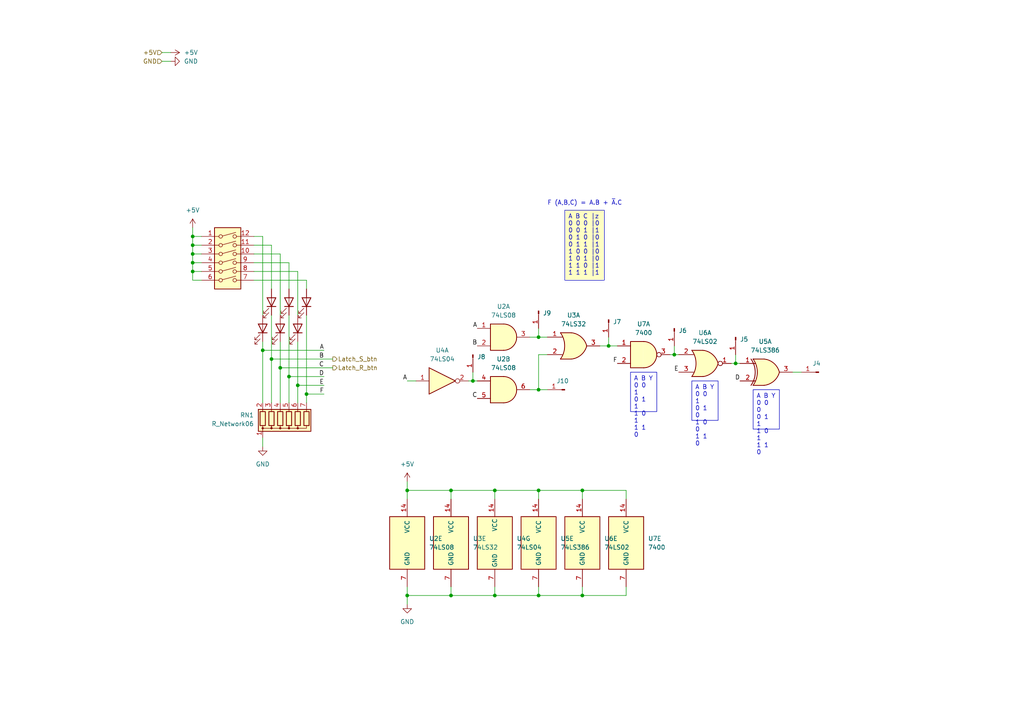
<source format=kicad_sch>
(kicad_sch (version 20230121) (generator eeschema)
  (paper "A4")
  (lib_symbols
    (symbol "74xx:7400" (pin_names (offset 1.016))
      (property "Reference" "U" (at 0 1.27 0))
      (property "Value" "7400" (at 0 -1.27 0))
      (symbol "7400_1_1"
        (pin input line (at -7.62 2.54 0) (length 3.81) (name "~") (number "1"))
        (pin input line (at -7.62 -2.54 0) (length 3.81) (name "~") (number "2"))
        (pin output inverted (at 7.62 0 180) (length 3.81) (name "~") (number "3"))
      )
      (symbol "7400_1_2"
        (pin input inverted (at -7.62 2.54 0) (length 4.318) (name "~") (number "1"))
        (pin input inverted (at -7.62 -2.54 0) (length 4.318) (name "~") (number "2"))
        (pin output line (at 7.62 0 180) (length 3.81) (name "~") (number "3"))
      )
      (symbol "7400_2_1"
        (pin input line (at -7.62 2.54 0) (length 3.81) (name "~") (number "4"))
        (pin input line (at -7.62 -2.54 0) (length 3.81) (name "~") (number "5"))
        (pin output inverted (at 7.62 0 180) (length 3.81) (name "~") (number "6"))
      )
      (symbol "7400_2_2"
        (pin input inverted (at -7.62 2.54 0) (length 4.318) (name "~") (number "4"))
        (pin input inverted (at -7.62 -2.54 0) (length 4.318) (name "~") (number "5"))
        (pin output line (at 7.62 0 180) (length 3.81) (name "~") (number "6"))
      )
      (symbol "7400_3_1"
        (pin input line (at -7.62 -2.54 0) (length 3.81) (name "~") (number "10"))
        (pin output inverted (at 7.62 0 180) (length 3.81) (name "~") (number "8"))
        (pin input line (at -7.62 2.54 0) (length 3.81) (name "~") (number "9"))
      )
      (symbol "7400_3_2"
        (pin input inverted (at -7.62 -2.54 0) (length 4.318) (name "~") (number "10"))
        (pin output line (at 7.62 0 180) (length 3.81) (name "~") (number "8"))
        (pin input inverted (at -7.62 2.54 0) (length 4.318) (name "~") (number "9"))
      )
      (symbol "7400_4_1"
        (pin output inverted (at 7.62 0 180) (length 3.81) (name "~") (number "11"))
        (pin input line (at -7.62 2.54 0) (length 3.81) (name "~") (number "12"))
        (pin input line (at -7.62 -2.54 0) (length 3.81) (name "~") (number "13"))
      )
      (symbol "7400_4_2"
        (pin output line (at 7.62 0 180) (length 3.81) (name "~") (number "11"))
        (pin input inverted (at -7.62 2.54 0) (length 4.318) (name "~") (number "12"))
        (pin input inverted (at -7.62 -2.54 0) (length 4.318) (name "~") (number "13"))
      )
      (symbol "7400_5_0"
        (pin power_in line (at 0 12.7 270) (length 5.08) (name "VCC") (number "14"))
        (pin power_in line (at 0 -12.7 90) (length 5.08) (name "GND") (number "7"))
      )
    )
    (symbol "74xx:74LS02" (pin_names (offset 1.016))
      (property "Reference" "U" (at 0 1.27 0))
      (property "Value" "74LS02" (at 0 -1.27 0))
      (symbol "74LS02_1_1"
        (pin output inverted (at 7.62 0 180) (length 3.81) (name "~") (number "1"))
        (pin input line (at -7.62 2.54 0) (length 4.318) (name "~") (number "2"))
        (pin input line (at -7.62 -2.54 0) (length 4.318) (name "~") (number "3"))
      )
      (symbol "74LS02_1_2"
        (pin output line (at 7.62 0 180) (length 3.81) (name "~") (number "1"))
        (pin input inverted (at -7.62 2.54 0) (length 3.81) (name "~") (number "2"))
        (pin input inverted (at -7.62 -2.54 0) (length 3.81) (name "~") (number "3"))
      )
      (symbol "74LS02_2_1"
        (pin output inverted (at 7.62 0 180) (length 3.81) (name "~") (number "4"))
        (pin input line (at -7.62 2.54 0) (length 4.318) (name "~") (number "5"))
        (pin input line (at -7.62 -2.54 0) (length 4.318) (name "~") (number "6"))
      )
      (symbol "74LS02_2_2"
        (pin output line (at 7.62 0 180) (length 3.81) (name "~") (number "4"))
        (pin input inverted (at -7.62 2.54 0) (length 3.81) (name "~") (number "5"))
        (pin input inverted (at -7.62 -2.54 0) (length 3.81) (name "~") (number "6"))
      )
      (symbol "74LS02_3_1"
        (pin output inverted (at 7.62 0 180) (length 3.81) (name "~") (number "10"))
        (pin input line (at -7.62 2.54 0) (length 4.318) (name "~") (number "8"))
        (pin input line (at -7.62 -2.54 0) (length 4.318) (name "~") (number "9"))
      )
      (symbol "74LS02_3_2"
        (pin output line (at 7.62 0 180) (length 3.81) (name "~") (number "10"))
        (pin input inverted (at -7.62 2.54 0) (length 3.81) (name "~") (number "8"))
        (pin input inverted (at -7.62 -2.54 0) (length 3.81) (name "~") (number "9"))
      )
      (symbol "74LS02_4_1"
        (pin input line (at -7.62 2.54 0) (length 4.318) (name "~") (number "11"))
        (pin input line (at -7.62 -2.54 0) (length 4.318) (name "~") (number "12"))
        (pin output inverted (at 7.62 0 180) (length 3.81) (name "~") (number "13"))
      )
      (symbol "74LS02_4_2"
        (pin input inverted (at -7.62 2.54 0) (length 3.81) (name "~") (number "11"))
        (pin input inverted (at -7.62 -2.54 0) (length 3.81) (name "~") (number "12"))
        (pin output line (at 7.62 0 180) (length 3.81) (name "~") (number "13"))
      )
      (symbol "74LS02_5_0"
        (pin power_in line (at 0 12.7 270) (length 5.08) (name "VCC") (number "14"))
        (pin power_in line (at 0 -12.7 90) (length 5.08) (name "GND") (number "7"))
      )
    )
    (symbol "74xx:74LS04"
      (property "Reference" "U" (at 0 1.27 0))
      (property "Value" "74LS04" (at 0 -1.27 0))
      (symbol "74LS04_1_0"
        (pin input line (at -7.62 0 0) (length 3.81) (name "~") (number "1"))
        (pin output inverted (at 7.62 0 180) (length 3.81) (name "~") (number "2"))
      )
      (symbol "74LS04_2_0"
        (pin input line (at -7.62 0 0) (length 3.81) (name "~") (number "3"))
        (pin output inverted (at 7.62 0 180) (length 3.81) (name "~") (number "4"))
      )
      (symbol "74LS04_3_0"
        (pin input line (at -7.62 0 0) (length 3.81) (name "~") (number "5"))
        (pin output inverted (at 7.62 0 180) (length 3.81) (name "~") (number "6"))
      )
      (symbol "74LS04_4_0"
        (pin output inverted (at 7.62 0 180) (length 3.81) (name "~") (number "8"))
        (pin input line (at -7.62 0 0) (length 3.81) (name "~") (number "9"))
      )
      (symbol "74LS04_5_0"
        (pin output inverted (at 7.62 0 180) (length 3.81) (name "~") (number "10"))
        (pin input line (at -7.62 0 0) (length 3.81) (name "~") (number "11"))
      )
      (symbol "74LS04_6_0"
        (pin output inverted (at 7.62 0 180) (length 3.81) (name "~") (number "12"))
        (pin input line (at -7.62 0 0) (length 3.81) (name "~") (number "13"))
      )
      (symbol "74LS04_7_0"
        (pin power_in line (at 0 12.7 270) (length 5.08) (name "VCC") (number "14"))
        (pin power_in line (at 0 -12.7 90) (length 5.08) (name "GND") (number "7"))
      )
    )
    (symbol "74xx:74LS08" (pin_names (offset 1.016))
      (property "Reference" "U" (at 0 1.27 0))
      (property "Value" "74LS08" (at 0 -1.27 0))
      (symbol "74LS08_1_1"
        (pin input line (at -7.62 2.54 0) (length 3.81) (name "~") (number "1"))
        (pin input line (at -7.62 -2.54 0) (length 3.81) (name "~") (number "2"))
        (pin output line (at 7.62 0 180) (length 3.81) (name "~") (number "3"))
      )
      (symbol "74LS08_1_2"
        (pin input inverted (at -7.62 2.54 0) (length 4.318) (name "~") (number "1"))
        (pin input inverted (at -7.62 -2.54 0) (length 4.318) (name "~") (number "2"))
        (pin output inverted (at 7.62 0 180) (length 3.81) (name "~") (number "3"))
      )
      (symbol "74LS08_2_1"
        (pin input line (at -7.62 2.54 0) (length 3.81) (name "~") (number "4"))
        (pin input line (at -7.62 -2.54 0) (length 3.81) (name "~") (number "5"))
        (pin output line (at 7.62 0 180) (length 3.81) (name "~") (number "6"))
      )
      (symbol "74LS08_2_2"
        (pin input inverted (at -7.62 2.54 0) (length 4.318) (name "~") (number "4"))
        (pin input inverted (at -7.62 -2.54 0) (length 4.318) (name "~") (number "5"))
        (pin output inverted (at 7.62 0 180) (length 3.81) (name "~") (number "6"))
      )
      (symbol "74LS08_3_1"
        (pin input line (at -7.62 -2.54 0) (length 3.81) (name "~") (number "10"))
        (pin output line (at 7.62 0 180) (length 3.81) (name "~") (number "8"))
        (pin input line (at -7.62 2.54 0) (length 3.81) (name "~") (number "9"))
      )
      (symbol "74LS08_3_2"
        (pin input inverted (at -7.62 -2.54 0) (length 4.318) (name "~") (number "10"))
        (pin output inverted (at 7.62 0 180) (length 3.81) (name "~") (number "8"))
        (pin input inverted (at -7.62 2.54 0) (length 4.318) (name "~") (number "9"))
      )
      (symbol "74LS08_4_1"
        (pin output line (at 7.62 0 180) (length 3.81) (name "~") (number "11"))
        (pin input line (at -7.62 2.54 0) (length 3.81) (name "~") (number "12"))
        (pin input line (at -7.62 -2.54 0) (length 3.81) (name "~") (number "13"))
      )
      (symbol "74LS08_4_2"
        (pin output inverted (at 7.62 0 180) (length 3.81) (name "~") (number "11"))
        (pin input inverted (at -7.62 2.54 0) (length 4.318) (name "~") (number "12"))
        (pin input inverted (at -7.62 -2.54 0) (length 4.318) (name "~") (number "13"))
      )
      (symbol "74LS08_5_0"
        (pin power_in line (at 0 12.7 270) (length 5.08) (name "VCC") (number "14"))
        (pin power_in line (at 0 -12.7 90) (length 5.08) (name "GND") (number "7"))
      )
    )
    (symbol "74xx:74LS32" (pin_names (offset 1.016))
      (property "Reference" "U" (at 0 1.27 0))
      (property "Value" "74LS32" (at 0 -1.27 0))
      (symbol "74LS32_1_1"
        (pin input line (at -7.62 2.54 0) (length 4.318) (name "~") (number "1"))
        (pin input line (at -7.62 -2.54 0) (length 4.318) (name "~") (number "2"))
        (pin output line (at 7.62 0 180) (length 3.81) (name "~") (number "3"))
      )
      (symbol "74LS32_1_2"
        (pin input inverted (at -7.62 2.54 0) (length 3.81) (name "~") (number "1"))
        (pin input inverted (at -7.62 -2.54 0) (length 3.81) (name "~") (number "2"))
        (pin output inverted (at 7.62 0 180) (length 3.81) (name "~") (number "3"))
      )
      (symbol "74LS32_2_1"
        (pin input line (at -7.62 2.54 0) (length 4.318) (name "~") (number "4"))
        (pin input line (at -7.62 -2.54 0) (length 4.318) (name "~") (number "5"))
        (pin output line (at 7.62 0 180) (length 3.81) (name "~") (number "6"))
      )
      (symbol "74LS32_2_2"
        (pin input inverted (at -7.62 2.54 0) (length 3.81) (name "~") (number "4"))
        (pin input inverted (at -7.62 -2.54 0) (length 3.81) (name "~") (number "5"))
        (pin output inverted (at 7.62 0 180) (length 3.81) (name "~") (number "6"))
      )
      (symbol "74LS32_3_1"
        (pin input line (at -7.62 -2.54 0) (length 4.318) (name "~") (number "10"))
        (pin output line (at 7.62 0 180) (length 3.81) (name "~") (number "8"))
        (pin input line (at -7.62 2.54 0) (length 4.318) (name "~") (number "9"))
      )
      (symbol "74LS32_3_2"
        (pin input inverted (at -7.62 -2.54 0) (length 3.81) (name "~") (number "10"))
        (pin output inverted (at 7.62 0 180) (length 3.81) (name "~") (number "8"))
        (pin input inverted (at -7.62 2.54 0) (length 3.81) (name "~") (number "9"))
      )
      (symbol "74LS32_4_1"
        (pin output line (at 7.62 0 180) (length 3.81) (name "~") (number "11"))
        (pin input line (at -7.62 2.54 0) (length 4.318) (name "~") (number "12"))
        (pin input line (at -7.62 -2.54 0) (length 4.318) (name "~") (number "13"))
      )
      (symbol "74LS32_4_2"
        (pin output inverted (at 7.62 0 180) (length 3.81) (name "~") (number "11"))
        (pin input inverted (at -7.62 2.54 0) (length 3.81) (name "~") (number "12"))
        (pin input inverted (at -7.62 -2.54 0) (length 3.81) (name "~") (number "13"))
      )
      (symbol "74LS32_5_0"
        (pin power_in line (at 0 12.7 270) (length 5.08) (name "VCC") (number "14"))
        (pin power_in line (at 0 -12.7 90) (length 5.08) (name "GND") (number "7"))
      )
    )
    (symbol "74xx:74LS386" (pin_names (offset 1.016))
      (property "Reference" "U" (at 0 1.27 0))
      (property "Value" "74LS386" (at 0 -1.27 0))
      (symbol "74LS386_1_0"
        (pin input line (at -7.62 2.54 0) (length 4.445) (name "~") (number "1"))
        (pin input line (at -7.62 -2.54 0) (length 4.445) (name "~") (number "2"))
        (pin output line (at 7.62 0 180) (length 3.81) (name "~") (number "3"))
      )
      (symbol "74LS386_2_0"
        (pin output line (at 7.62 0 180) (length 3.81) (name "~") (number "4"))
        (pin input line (at -7.62 2.54 0) (length 4.445) (name "~") (number "5"))
        (pin input line (at -7.62 -2.54 0) (length 4.445) (name "~") (number "6"))
      )
      (symbol "74LS386_3_0"
        (pin output line (at 7.62 0 180) (length 3.81) (name "~") (number "10"))
        (pin input line (at -7.62 2.54 0) (length 4.445) (name "~") (number "8"))
        (pin input line (at -7.62 -2.54 0) (length 4.445) (name "~") (number "9"))
      )
      (symbol "74LS386_4_0"
        (pin output line (at 7.62 0 180) (length 3.81) (name "~") (number "11"))
        (pin input line (at -7.62 2.54 0) (length 4.445) (name "~") (number "12"))
        (pin input line (at -7.62 -2.54 0) (length 4.445) (name "~") (number "13"))
      )
      (symbol "74LS386_5_0"
        (pin power_in line (at 0 12.7 270) (length 5.08) (name "VCC") (number "14"))
        (pin power_in line (at 0 -12.7 90) (length 5.08) (name "GND") (number "7"))
      )
    )
    (symbol "Connector:Conn_01x01_Pin" (pin_names (offset 1.016) hide)
      (property "Reference" "J" (at 0 2.54 0))
      (property "Value" "Conn_01x01_Pin" (at 0 -2.54 0))
      (symbol "Conn_01x01_Pin_1_1"
        (pin passive line (at 5.08 0 180) (length 3.81) (name "Pin_1") (number "1"))
      )
    )
    (symbol "Device:LED" (pin_numbers hide) (pin_names (offset 1.016) hide)
      (property "Reference" "D" (at 0 2.54 0))
      (property "Value" "LED" (at 0 -2.54 0))
      (symbol "LED_1_1"
        (pin passive line (at -3.81 0 0) (length 2.54) (name "K") (number "1"))
        (pin passive line (at 3.81 0 180) (length 2.54) (name "A") (number "2"))
      )
    )
    (symbol "Device:R_Network06" (pin_names (offset 0) hide)
      (property "Reference" "RN" (at -10.16 0 90))
      (property "Value" "R_Network06" (at 7.62 0 90))
      (symbol "R_Network06_1_1"
        (pin passive line (at -7.62 5.08 270) (length 2.54) (name "common") (number "1"))
        (pin passive line (at -7.62 -5.08 90) (length 1.27) (name "R1") (number "2"))
        (pin passive line (at -5.08 -5.08 90) (length 1.27) (name "R2") (number "3"))
        (pin passive line (at -2.54 -5.08 90) (length 1.27) (name "R3") (number "4"))
        (pin passive line (at 0 -5.08 90) (length 1.27) (name "R4") (number "5"))
        (pin passive line (at 2.54 -5.08 90) (length 1.27) (name "R5") (number "6"))
        (pin passive line (at 5.08 -5.08 90) (length 1.27) (name "R6") (number "7"))
      )
    )
    (symbol "Switch:SW_DIP_x06" (pin_names (offset 0) hide)
      (property "Reference" "SW" (at 0 11.43 0))
      (property "Value" "SW_DIP_x06" (at 0 -8.89 0))
      (symbol "SW_DIP_x06_1_1"
        (pin passive line (at -7.62 7.62 0) (length 5.08) (name "~") (number "1"))
        (pin passive line (at 7.62 2.54 180) (length 5.08) (name "~") (number "10"))
        (pin passive line (at 7.62 5.08 180) (length 5.08) (name "~") (number "11"))
        (pin passive line (at 7.62 7.62 180) (length 5.08) (name "~") (number "12"))
        (pin passive line (at -7.62 5.08 0) (length 5.08) (name "~") (number "2"))
        (pin passive line (at -7.62 2.54 0) (length 5.08) (name "~") (number "3"))
        (pin passive line (at -7.62 0 0) (length 5.08) (name "~") (number "4"))
        (pin passive line (at -7.62 -2.54 0) (length 5.08) (name "~") (number "5"))
        (pin passive line (at -7.62 -5.08 0) (length 5.08) (name "~") (number "6"))
        (pin passive line (at 7.62 -5.08 180) (length 5.08) (name "~") (number "7"))
        (pin passive line (at 7.62 -2.54 180) (length 5.08) (name "~") (number "8"))
        (pin passive line (at 7.62 0 180) (length 5.08) (name "~") (number "9"))
      )
    )
    (symbol "power:+5V" (power) (pin_names (offset 0))
      (property "Value" "+5V" (at 0 3.556 0))
      (symbol "+5V_1_1"
        (pin power_in line (at 0 0 90) (length 0) hide (name "+5V") (number "1"))
      )
    )
    (symbol "power:GND" (power) (pin_names (offset 0))
      (property "Value" "GND" (at 0 -3.81 0))
      (symbol "GND_1_1"
        (pin power_in line (at 0 0 270) (length 0) hide (name "GND") (number "1"))
      )
    )
  )
  (junction (at 195.58 102.87))
  (junction (at 78.74 104.14))
  (junction (at 168.91 142.24))
  (junction (at 83.82 109.22))
  (junction (at 176.53 100.33))
  (junction (at 86.36 111.76))
  (junction (at 130.81 142.24))
  (junction (at 55.88 76.2))
  (junction (at 156.21 172.72))
  (junction (at 118.11 172.72))
  (junction (at 156.21 113.03))
  (junction (at 55.88 71.12))
  (junction (at 76.2 101.6))
  (junction (at 156.21 142.24))
  (junction (at 137.16 110.49))
  (junction (at 118.11 142.24))
  (junction (at 143.51 142.24))
  (junction (at 55.88 68.58))
  (junction (at 143.51 172.72))
  (junction (at 55.88 73.66))
  (junction (at 168.91 172.72))
  (junction (at 88.9 114.3))
  (junction (at 130.81 172.72))
  (junction (at 213.36 105.41))
  (junction (at 55.88 78.74))
  (junction (at 81.28 106.68))
  (junction (at 156.21 97.79))
  (wire (pts (xy 156.21 172.72) (xy 156.21 170.18)))
  (wire (pts (xy 76.2 129.54) (xy 76.2 127)))
  (wire (pts (xy 118.11 172.72) (xy 130.81 172.72)))
  (wire (pts (xy 179.07 100.33) (xy 176.53 100.33)))
  (wire (pts (xy 143.51 172.72) (xy 143.51 170.18)))
  (wire (pts (xy 118.11 172.72) (xy 118.11 170.18)))
  (wire (pts (xy 86.36 99.06) (xy 86.36 111.76)))
  (wire (pts (xy 55.88 71.12) (xy 58.42 71.12)))
  (wire (pts (xy 55.88 66.04) (xy 55.88 68.58)))
  (wire (pts (xy 195.58 100.33) (xy 195.58 102.87)))
  (wire (pts (xy 194.31 102.87) (xy 195.58 102.87)))
  (wire (pts (xy 229.87 107.95) (xy 232.41 107.95)))
  (wire (pts (xy 76.2 99.06) (xy 76.2 101.6)))
  (wire (pts (xy 156.21 97.79) (xy 158.75 97.79)))
  (wire (pts (xy 156.21 142.24) (xy 156.21 144.78)))
  (wire (pts (xy 118.11 142.24) (xy 118.11 144.78)))
  (wire (pts (xy 153.67 113.03) (xy 156.21 113.03)))
  (wire (pts (xy 143.51 172.72) (xy 156.21 172.72)))
  (wire (pts (xy 55.88 71.12) (xy 55.88 68.58)))
  (wire (pts (xy 156.21 113.03) (xy 156.21 102.87)))
  (wire (pts (xy 55.88 78.74) (xy 58.42 78.74)))
  (wire (pts (xy 83.82 91.44) (xy 83.82 109.22)))
  (wire (pts (xy 78.74 104.14) (xy 78.74 116.84)))
  (wire (pts (xy 55.88 73.66) (xy 55.88 71.12)))
  (wire (pts (xy 118.11 139.7) (xy 118.11 142.24)))
  (wire (pts (xy 135.89 110.49) (xy 137.16 110.49)))
  (wire (pts (xy 55.88 76.2) (xy 55.88 73.66)))
  (wire (pts (xy 130.81 142.24) (xy 118.11 142.24)))
  (wire (pts (xy 156.21 102.87) (xy 158.75 102.87)))
  (wire (pts (xy 81.28 99.06) (xy 81.28 106.68)))
  (wire (pts (xy 176.53 97.79) (xy 176.53 100.33)))
  (wire (pts (xy 88.9 81.28) (xy 88.9 83.82)))
  (wire (pts (xy 73.66 78.74) (xy 86.36 78.74)))
  (wire (pts (xy 137.16 107.95) (xy 137.16 110.49)))
  (wire (pts (xy 73.66 76.2) (xy 83.82 76.2)))
  (wire (pts (xy 143.51 142.24) (xy 130.81 142.24)))
  (wire (pts (xy 130.81 172.72) (xy 130.81 170.18)))
  (wire (pts (xy 88.9 91.44) (xy 88.9 114.3)))
  (wire (pts (xy 78.74 104.14) (xy 96.52 104.14)))
  (wire (pts (xy 76.2 68.58) (xy 73.66 68.58)))
  (wire (pts (xy 46.99 17.78) (xy 49.53 17.78)))
  (wire (pts (xy 130.81 142.24) (xy 130.81 144.78)))
  (wire (pts (xy 86.36 111.76) (xy 86.36 116.84)))
  (wire (pts (xy 73.66 81.28) (xy 88.9 81.28)))
  (wire (pts (xy 118.11 175.26) (xy 118.11 172.72)))
  (wire (pts (xy 55.88 76.2) (xy 58.42 76.2)))
  (wire (pts (xy 83.82 76.2) (xy 83.82 83.82)))
  (wire (pts (xy 213.36 105.41) (xy 214.63 105.41)))
  (wire (pts (xy 83.82 109.22) (xy 83.82 116.84)))
  (wire (pts (xy 73.66 73.66) (xy 81.28 73.66)))
  (wire (pts (xy 181.61 144.78) (xy 181.61 142.24)))
  (wire (pts (xy 55.88 78.74) (xy 55.88 76.2)))
  (wire (pts (xy 76.2 91.44) (xy 76.2 68.58)))
  (wire (pts (xy 55.88 68.58) (xy 58.42 68.58)))
  (wire (pts (xy 213.36 102.87) (xy 213.36 105.41)))
  (wire (pts (xy 156.21 113.03) (xy 158.75 113.03)))
  (wire (pts (xy 181.61 170.18) (xy 181.61 172.72)))
  (wire (pts (xy 176.53 100.33) (xy 173.99 100.33)))
  (wire (pts (xy 195.58 102.87) (xy 196.85 102.87)))
  (wire (pts (xy 55.88 81.28) (xy 55.88 78.74)))
  (wire (pts (xy 76.2 101.6) (xy 93.98 101.6)))
  (wire (pts (xy 78.74 71.12) (xy 78.74 83.82)))
  (wire (pts (xy 58.42 81.28) (xy 55.88 81.28)))
  (wire (pts (xy 86.36 78.74) (xy 86.36 91.44)))
  (wire (pts (xy 143.51 142.24) (xy 143.51 144.78)))
  (wire (pts (xy 212.09 105.41) (xy 213.36 105.41)))
  (wire (pts (xy 137.16 110.49) (xy 138.43 110.49)))
  (wire (pts (xy 156.21 142.24) (xy 143.51 142.24)))
  (wire (pts (xy 168.91 144.78) (xy 168.91 142.24)))
  (wire (pts (xy 76.2 101.6) (xy 76.2 116.84)))
  (wire (pts (xy 120.65 110.49) (xy 118.11 110.49)))
  (wire (pts (xy 181.61 172.72) (xy 168.91 172.72)))
  (wire (pts (xy 156.21 172.72) (xy 168.91 172.72)))
  (wire (pts (xy 168.91 142.24) (xy 156.21 142.24)))
  (wire (pts (xy 86.36 111.76) (xy 93.98 111.76)))
  (wire (pts (xy 156.21 95.25) (xy 156.21 97.79)))
  (wire (pts (xy 181.61 142.24) (xy 168.91 142.24)))
  (wire (pts (xy 81.28 106.68) (xy 96.52 106.68)))
  (wire (pts (xy 130.81 172.72) (xy 143.51 172.72)))
  (wire (pts (xy 73.66 71.12) (xy 78.74 71.12)))
  (wire (pts (xy 55.88 73.66) (xy 58.42 73.66)))
  (wire (pts (xy 83.82 109.22) (xy 93.98 109.22)))
  (wire (pts (xy 81.28 73.66) (xy 81.28 91.44)))
  (wire (pts (xy 88.9 114.3) (xy 93.98 114.3)))
  (wire (pts (xy 81.28 106.68) (xy 81.28 116.84)))
  (wire (pts (xy 168.91 170.18) (xy 168.91 172.72)))
  (wire (pts (xy 78.74 91.44) (xy 78.74 104.14)))
  (wire (pts (xy 88.9 114.3) (xy 88.9 116.84)))
  (wire (pts (xy 46.99 15.24) (xy 49.53 15.24)))
  (wire (pts (xy 153.67 97.79) (xy 156.21 97.79)))
  (text_box "A B C |z\n0 0 0 |0\n0 0 1 |1\n0 1 0 |0\n0 1 1 |1\n1 0 0 |0\n1 0 1 |0\n1 1 0 |1\n1 1 1 |1\n" (at 163.83 60.96 0) (size 11.43 20.32) (fill (type color) (color 255 255 194 1)) (effects (font (size 1.27 1.27)) (justify left top)))
  (text_box "A B Y\n0 0 1\n0 1 1\n1 0 1\n1 1 0" (at 182.88 107.95 0) (size 7.62 11.43) (effects (font (size 1.27 1.27)) (justify left top)))
  (text_box "A B Y\n0 0 0\n0 1 1\n1 0 1\n1 1 0" (at 218.44 113.03 0) (size 7.62 11.43) (effects (font (size 1.27 1.27)) (justify left top)))
  (text_box "A B Y\n0 0 1\n0 1 0\n1 0 0\n1 1 0" (at 200.66 110.49 0) (size 7.62 11.43) (effects (font (size 1.27 1.27)) (justify left top)))
  (text "F (A,B,C) = A.B + ~{A}.C" (at 158.75 59.69 0) (effects (font (size 1.27 1.27)) (justify left bottom)))
  (label "A" (at 138.43 95.25 180))
  (label "F" (at 93.98 114.3 180))
  (label "E" (at 93.98 111.76 180))
  (label "C" (at 138.43 115.57 180))
  (label "C" (at 93.98 106.68 180))
  (label "E" (at 196.85 107.95 180))
  (label "B" (at 93.98 104.14 180))
  (label "A" (at 93.98 101.6 180))
  (label "F" (at 179.07 105.41 180))
  (label "D" (at 93.98 109.22 180))
  (label "D" (at 214.63 110.49 180))
  (label "B" (at 138.43 100.33 180))
  (label "A" (at 118.11 110.49 180))
  (hierarchical_label "GND" (shape input) (at 46.99 17.78 180))
  (hierarchical_label "+5V" (shape input) (at 46.99 15.24 180))
  (hierarchical_label "Latch_R_btn" (shape output) (at 96.52 106.68 0))
  (hierarchical_label "Latch_S_btn" (shape output) (at 96.52 104.14 0))
  (symbol (lib_id "Device:LED") (at 83.82 87.63 270) (mirror x) (unit 1)
    (property "Reference" "D7" (effects hide))
    (property "Value" "LED" (effects hide))
    (property "Footprint" "LED_THT:LED_D3.0mm" (effects hide))
  )
  (symbol (lib_id "Device:LED") (at 76.2 95.25 270) (mirror x) (unit 1)
    (property "Reference" "D4" (effects hide))
    (property "Value" "LED" (effects hide))
    (property "Footprint" "LED_THT:LED_D3.0mm" (effects hide))
  )
  (symbol (lib_id "74xx:74LS08") (at 146.05 97.79 0) (unit 1)
    (property "Reference" "U2" (at 146.0417 88.9 0))
    (property "Value" "74LS08" (at 146.0417 91.44 0))
    (property "Footprint" "Package_DIP:DIP-14_W7.62mm_Socket" (effects hide))
    (property "Datasheet" "http://www.ti.com/lit/gpn/sn74LS08" (effects hide))
  )
  (symbol (lib_id "74xx:74LS32") (at 166.37 100.33 0) (unit 1)
    (property "Reference" "U3" (at 166.37 91.44 0))
    (property "Value" "74LS32" (at 166.37 93.98 0))
    (property "Footprint" "Package_DIP:DIP-14_W7.62mm_Socket" (effects hide))
    (property "Datasheet" "http://www.ti.com/lit/gpn/sn74LS32" (effects hide))
  )
  (symbol (lib_id "Connector:Conn_01x01_Pin") (at 163.83 113.03 180) (unit 1)
    (property "Reference" "J10" (at 163.195 110.49 0))
    (property "Value" "Conn_01x01_Pin" (effects hide))
    (property "Footprint" "Connector_PinHeader_2.54mm:PinHeader_1x01_P2.54mm_Vertical" (effects hide))
  )
  (symbol (lib_id "Device:LED") (at 81.28 95.25 270) (mirror x) (unit 1)
    (property "Reference" "D6" (effects hide))
    (property "Value" "LED" (effects hide))
    (property "Footprint" "LED_THT:LED_D3.0mm" (effects hide))
  )
  (symbol (lib_id "power:+5V") (at 49.53 15.24 270) (unit 1)
    (property "Reference" "#PWR030" (effects hide))
    (property "Value" "+5V" (at 53.34 15.24 90) (effects (justify left)))
  )
  (symbol (lib_id "74xx:74LS386") (at 222.25 107.95 0) (unit 1)
    (property "Reference" "U5" (at 221.9452 99.06 0))
    (property "Value" "74LS386" (at 221.9452 101.6 0))
    (property "Footprint" "Package_DIP:DIP-14_W7.62mm_Socket" (effects hide))
    (property "Datasheet" "http://www.ti.com/lit/gpn/sn74LS386" (effects hide))
  )
  (symbol (lib_id "power:+5V") (at 55.88 66.04 0) (unit 1)
    (property "Reference" "#PWR021" (effects hide))
    (property "Value" "+5V" (at 55.88 60.96 0))
  )
  (symbol (lib_id "Connector:Conn_01x01_Pin") (at 195.58 95.25 270) (unit 1)
    (property "Reference" "J6" (at 196.85 95.885 90) (effects (justify left)))
    (property "Value" "Conn_01x01_Pin" (effects hide))
    (property "Footprint" "Connector_PinHeader_2.54mm:PinHeader_1x01_P2.54mm_Vertical" (effects hide))
  )
  (symbol (lib_id "74xx:74LS04") (at 143.51 157.48 0) (unit 7)
    (property "Reference" "U4" (at 149.86 156.21 0) (effects (justify left)))
    (property "Value" "74LS04" (at 149.86 158.75 0) (effects (justify left)))
    (property "Footprint" "Package_DIP:DIP-14_W7.62mm_Socket" (effects hide))
    (property "Datasheet" "http://www.ti.com/lit/gpn/sn74LS04" (effects hide))
  )
  (symbol (lib_id "power:GND") (at 76.2 129.54 0) (unit 1)
    (property "Reference" "#PWR034" (effects hide))
    (property "Value" "GND" (at 76.2 134.62 0))
  )
  (symbol (lib_id "74xx:74LS32") (at 130.81 157.48 0) (unit 5)
    (property "Reference" "U3" (at 137.16 156.21 0) (effects (justify left)))
    (property "Value" "74LS32" (at 137.16 158.75 0) (effects (justify left)))
    (property "Footprint" "Package_DIP:DIP-14_W7.62mm_Socket" (effects hide))
    (property "Datasheet" "http://www.ti.com/lit/gpn/sn74LS32" (effects hide))
  )
  (symbol (lib_id "Connector:Conn_01x01_Pin") (at 156.21 90.17 270) (unit 1)
    (property "Reference" "J9" (at 157.48 90.805 90) (effects (justify left)))
    (property "Value" "Conn_01x01_Pin" (effects hide))
    (property "Footprint" "Connector_PinHeader_2.54mm:PinHeader_1x01_P2.54mm_Vertical" (effects hide))
  )
  (symbol (lib_id "Device:LED") (at 88.9 87.63 270) (mirror x) (unit 1)
    (property "Reference" "D9" (effects hide))
    (property "Value" "LED" (effects hide))
    (property "Footprint" "LED_THT:LED_D3.0mm_FlatTop" (effects hide))
  )
  (symbol (lib_id "74xx:7400") (at 186.69 102.87 0) (unit 1)
    (property "Reference" "U7" (at 186.6817 93.98 0))
    (property "Value" "7400" (at 186.6817 96.52 0))
    (property "Footprint" "Package_DIP:DIP-14_W7.62mm_Socket" (effects hide))
    (property "Datasheet" "http://www.ti.com/lit/gpn/sn7400" (effects hide))
  )
  (symbol (lib_id "Device:LED") (at 78.74 87.63 270) (mirror x) (unit 1)
    (property "Reference" "D5" (effects hide))
    (property "Value" "LED" (effects hide))
    (property "Footprint" "LED_THT:LED_D3.0mm" (effects hide))
  )
  (symbol (lib_id "74xx:74LS08") (at 146.05 113.03 0) (unit 2)
    (property "Reference" "U2" (at 146.0417 104.14 0))
    (property "Value" "74LS08" (at 146.0417 106.68 0))
    (property "Footprint" "Package_DIP:DIP-14_W7.62mm_Socket" (effects hide))
    (property "Datasheet" "http://www.ti.com/lit/gpn/sn74LS08" (effects hide))
  )
  (symbol (lib_id "Device:LED") (at 86.36 95.25 270) (mirror x) (unit 1)
    (property "Reference" "D8" (effects hide))
    (property "Value" "LED" (effects hide))
    (property "Footprint" "LED_THT:LED_D3.0mm" (effects hide))
  )
  (symbol (lib_id "Connector:Conn_01x01_Pin") (at 137.16 102.87 270) (unit 1)
    (property "Reference" "J8" (at 138.43 103.505 90) (effects (justify left)))
    (property "Value" "Conn_01x01_Pin" (effects hide))
    (property "Footprint" "Connector_PinHeader_2.54mm:PinHeader_1x01_P2.54mm_Vertical" (effects hide))
  )
  (symbol (lib_id "Connector:Conn_01x01_Pin") (at 176.53 92.71 270) (unit 1)
    (property "Reference" "J7" (at 177.8 93.345 90) (effects (justify left)))
    (property "Value" "Conn_01x01_Pin" (effects hide))
    (property "Footprint" "Connector_PinHeader_2.54mm:PinHeader_1x01_P2.54mm_Vertical" (effects hide))
  )
  (symbol (lib_id "power:GND") (at 118.11 175.26 0) (unit 1)
    (property "Reference" "#PWR033" (effects hide))
    (property "Value" "GND" (at 118.11 180.34 0))
  )
  (symbol (lib_id "Connector:Conn_01x01_Pin") (at 213.36 97.79 270) (unit 1)
    (property "Reference" "J5" (at 214.63 98.425 90) (effects (justify left)))
    (property "Value" "Conn_01x01_Pin" (effects hide))
    (property "Footprint" "Connector_PinHeader_2.54mm:PinHeader_1x01_P2.54mm_Vertical" (effects hide))
  )
  (symbol (lib_id "74xx:74LS386") (at 156.21 157.48 0) (unit 5)
    (property "Reference" "U5" (at 162.56 156.21 0) (effects (justify left)))
    (property "Value" "74LS386" (at 162.56 158.75 0) (effects (justify left)))
    (property "Footprint" "Package_DIP:DIP-14_W7.62mm_Socket" (effects hide))
    (property "Datasheet" "http://www.ti.com/lit/gpn/sn74LS386" (effects hide))
  )
  (symbol (lib_id "Switch:SW_DIP_x06") (at 66.04 76.2 0) (unit 1)
    (property "Reference" "SW1" (effects hide))
    (property "Value" "SW_DIP_x06" (effects hide))
    (property "Footprint" "Button_Switch_THT:SW_DIP_SPSTx06_Slide_9.78x17.42mm_W7.62mm_P2.54mm" (effects hide))
  )
  (symbol (lib_id "74xx:74LS08") (at 118.11 157.48 0) (unit 5)
    (property "Reference" "U2" (at 124.46 156.21 0) (effects (justify left)))
    (property "Value" "74LS08" (at 124.46 158.75 0) (effects (justify left)))
    (property "Footprint" "Package_DIP:DIP-14_W7.62mm_Socket" (effects hide))
    (property "Datasheet" "http://www.ti.com/lit/gpn/sn74LS08" (effects hide))
  )
  (symbol (lib_id "Device:R_Network06") (at 83.82 121.92 0) (mirror x) (unit 1)
    (property "Reference" "RN1" (at 73.66 120.396 0) (effects (justify right)))
    (property "Value" "R_Network06" (at 73.66 122.936 0) (effects (justify right)))
    (property "Footprint" "Resistor_THT:R_Array_SIP7" (effects hide))
    (property "Datasheet" "http://www.vishay.com/docs/31509/csc.pdf" (effects hide))
  )
  (symbol (lib_id "power:+5V") (at 118.11 139.7 0) (unit 1)
    (property "Reference" "#PWR032" (effects hide))
    (property "Value" "+5V" (at 118.11 134.62 0))
  )
  (symbol (lib_id "74xx:74LS04") (at 128.27 110.49 0) (unit 1)
    (property "Reference" "U4" (at 128.27 101.6 0))
    (property "Value" "74LS04" (at 128.27 104.14 0))
    (property "Footprint" "Package_DIP:DIP-14_W7.62mm_Socket" (effects hide))
    (property "Datasheet" "http://www.ti.com/lit/gpn/sn74LS04" (effects hide))
  )
  (symbol (lib_id "power:GND") (at 49.53 17.78 90) (unit 1)
    (property "Reference" "#PWR031" (effects hide))
    (property "Value" "GND" (at 53.34 17.78 90) (effects (justify right)))
  )
  (symbol (lib_id "Connector:Conn_01x01_Pin") (at 237.49 107.95 180) (unit 1)
    (property "Reference" "J4" (at 236.855 105.41 0))
    (property "Value" "Conn_01x01_Pin" (effects hide))
    (property "Footprint" "Connector_PinHeader_2.54mm:PinHeader_1x01_P2.54mm_Vertical" (effects hide))
  )
  (symbol (lib_id "74xx:74LS02") (at 204.47 105.41 0) (unit 1)
    (property "Reference" "U6" (at 204.47 96.52 0))
    (property "Value" "74LS02" (at 204.47 99.06 0))
    (property "Footprint" "Package_DIP:DIP-14_W7.62mm_Socket" (effects hide))
    (property "Datasheet" "http://www.ti.com/lit/gpn/sn74ls02" (effects hide))
  )
  (symbol (lib_id "74xx:7400") (at 181.61 157.48 0) (unit 5)
    (property "Reference" "U7" (at 187.96 156.21 0) (effects (justify left)))
    (property "Value" "7400" (at 187.96 158.75 0) (effects (justify left)))
    (property "Footprint" "Package_DIP:DIP-14_W7.62mm_Socket" (effects hide))
    (property "Datasheet" "http://www.ti.com/lit/gpn/sn7400" (effects hide))
  )
  (symbol (lib_id "74xx:74LS02") (at 168.91 157.48 0) (unit 5)
    (property "Reference" "U6" (at 175.26 156.21 0) (effects (justify left)))
    (property "Value" "74LS02" (at 175.26 158.75 0) (effects (justify left)))
    (property "Footprint" "Package_DIP:DIP-14_W7.62mm_Socket" (effects hide))
    (property "Datasheet" "http://www.ti.com/lit/gpn/sn74ls02" (effects hide))
  )
)
</source>
